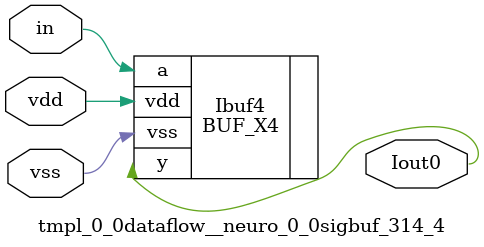
<source format=v>
module tmpl_0_0dataflow__neuro_0_0sigbuf_314_4(in, Iout0 , vdd, vss); 
   input vdd;
   input vss;
   input in;
   

// -- signals ---
   wire in;
   output Iout0 ;

// --- instances
BUF_X4 Ibuf4  (.y(Iout0 ), .a(in), .vdd(vdd), .vss(vss));
endmodule
</source>
